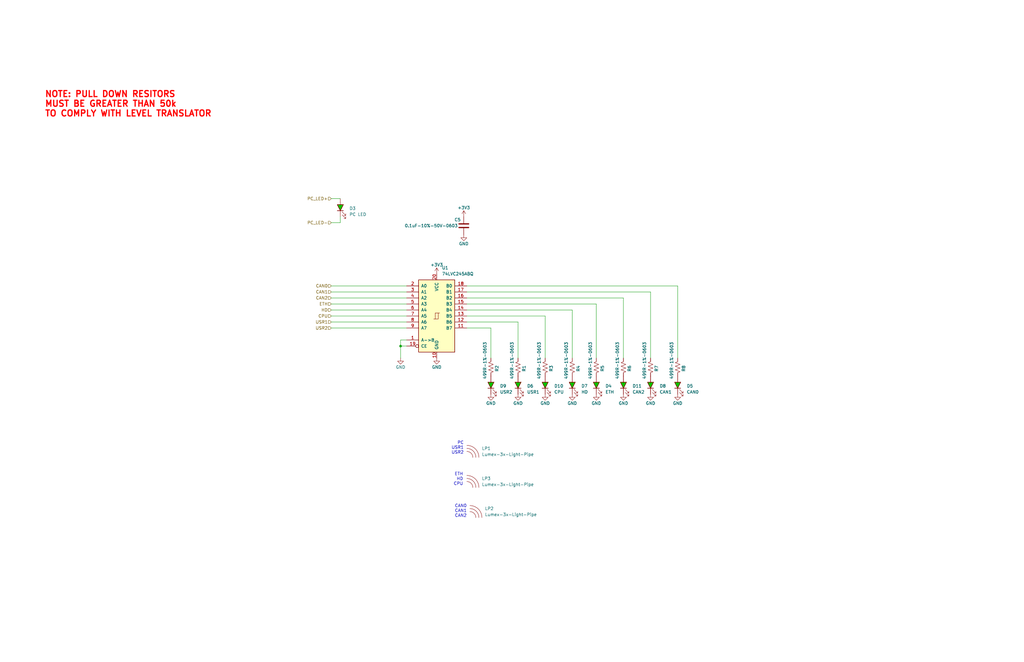
<source format=kicad_sch>
(kicad_sch (version 20231120) (generator "eeschema") (generator_version "8.0")
  (paper "B")
  (title_block (title "NX Indicator Board V2") (date "2024-07-14") (rev "2") (company "971 Spartan Robotics"))
  (lib_symbols
    (symbol "Device:C" (pin_numbers hide) (pin_names (offset 0.254))
      (property "Reference" "C" (at 0.635 2.54 0))
      (property "Value" "C" (at 0.635 -2.54 0))
      (symbol "C_0_1"
        (polyline (pts (xy -2.032 -0.762) (xy 2.032 -0.762)) (stroke (width 0.508)))
        (polyline (pts (xy -2.032 0.762) (xy 2.032 0.762)) (stroke (width 0.508)))
      )
      (symbol "C_1_1"
        (pin passive line (at 0 3.81 270) (length 2.794) (name "~") (number "1"))
        (pin passive line (at 0 -3.81 90) (length 2.794) (name "~") (number "2"))
      )
    )
    (symbol "Device:LED" (pin_numbers hide) (pin_names (offset 1.016) hide)
      (property "Reference" "D?" (at -0.3174 -3.81 90))
      (property "Value" "LED" (at -2.8574 -3.81 90))
      (symbol "LED_0_1"
        (polyline (pts (xy -1.27 -1.27) (xy -1.27 1.27)) (stroke (width 0.254)))
        (polyline (pts (xy -3.048 -0.762) (xy -4.572 -2.286) (xy -3.81 -2.286) (xy -4.572 -2.286) (xy -4.572 -1.524)))
        (polyline (pts (xy -1.778 -0.762) (xy -3.302 -2.286) (xy -2.54 -2.286) (xy -3.302 -2.286) (xy -3.302 -1.524)))
      )
      (symbol "LED_1_1"
        (polyline (pts (xy 1.27 -1.27) (xy 1.27 1.27) (xy -1.27 0) (xy 1.27 -1.27)) (stroke (width 0.254)) (fill (type color) (color 0 194 0 1)))
        (pin passive line (at -3.81 0 0) (length 2.54) (name "K") (number "1"))
        (pin passive line (at 3.81 0 180) (length 2.54) (name "A") (number "2"))
      )
    )
    (symbol "Device:R_US" (pin_numbers hide) (pin_names (offset 0))
      (property "Reference" "R" (at 2.54 0 90))
      (property "Value" "R_US" (at -2.54 0 90))
      (symbol "R_US_0_1"
        (polyline (pts (xy 0 -2.286) (xy 0 -2.54)))
        (polyline (pts (xy 0 2.286) (xy 0 2.54)))
        (polyline (pts (xy 0 -0.762) (xy 1.016 -1.143) (xy 0 -1.524) (xy -1.016 -1.905) (xy 0 -2.286)))
        (polyline (pts (xy 0 0.762) (xy 1.016 0.381) (xy 0 0) (xy -1.016 -0.381) (xy 0 -0.762)))
        (polyline (pts (xy 0 2.286) (xy 1.016 1.905) (xy 0 1.524) (xy -1.016 1.143) (xy 0 0.762)))
      )
      (symbol "R_US_1_1"
        (pin passive line (at 0 3.81 270) (length 1.27) (name "~") (number "1"))
        (pin passive line (at 0 -3.81 90) (length 1.27) (name "~") (number "2"))
      )
    )
    (symbol "NX-IndicatorBoard:74LVC245ABQ" (pin_names (offset 1.016))
      (property "Reference" "U?" (at 2.1941 20.32 0))
      (property "Value" "74LVC245ABQ" (at 2.1941 17.78 0))
      (symbol "74LVC245ABQ_1_0"
        (polyline (pts (xy -0.635 -1.27) (xy -0.635 1.27) (xy 0.635 1.27)))
        (polyline (pts (xy -1.27 -1.27) (xy 0.635 -1.27) (xy 0.635 1.27) (xy 1.27 1.27)))
        (pin input line (at -12.7 -10.16 0) (length 5.08) (name "A->B") (number "1"))
        (pin power_in line (at 0 -17.78 90) (length 2.54) (name "GND") (number "10"))
        (pin tri_state line (at 12.7 -5.08 180) (length 5.08) (name "B7") (number "11"))
        (pin tri_state line (at 12.7 -2.54 180) (length 5.08) (name "B6") (number "12"))
        (pin tri_state line (at 12.7 0 180) (length 5.08) (name "B5") (number "13"))
        (pin tri_state line (at 12.7 2.54 180) (length 5.08) (name "B4") (number "14"))
        (pin tri_state line (at 12.7 5.08 180) (length 5.08) (name "B3") (number "15"))
        (pin tri_state line (at 12.7 7.62 180) (length 5.08) (name "B2") (number "16"))
        (pin tri_state line (at 12.7 10.16 180) (length 5.08) (name "B1") (number "17"))
        (pin tri_state line (at 12.7 12.7 180) (length 5.08) (name "B0") (number "18"))
        (pin input inverted (at -12.7 -12.7 0) (length 5.08) (name "CE") (number "19"))
        (pin tri_state line (at -12.7 12.7 0) (length 5.08) (name "A0") (number "2"))
        (pin power_in line (at 0 17.78 270) (length 2.54) (name "VCC") (number "20"))
        (pin tri_state line (at -12.7 10.16 0) (length 5.08) (name "A1") (number "3"))
        (pin tri_state line (at -12.7 7.62 0) (length 5.08) (name "A2") (number "4"))
        (pin tri_state line (at -12.7 5.08 0) (length 5.08) (name "A3") (number "5"))
        (pin tri_state line (at -12.7 2.54 0) (length 5.08) (name "A4") (number "6"))
        (pin tri_state line (at -12.7 0 0) (length 5.08) (name "A5") (number "7"))
        (pin tri_state line (at -12.7 -2.54 0) (length 5.08) (name "A6") (number "8"))
        (pin tri_state line (at -12.7 -5.08 0) (length 5.08) (name "A7") (number "9"))
      )
      (symbol "74LVC245ABQ_1_1"
        (rectangle (start -7.62 15.24) (end 7.62 -15.24) (stroke (width 0.254)) (fill (type background)))
      )
    )
    (symbol "NX-IndicatorBoard:Lumex-3x-Light-Pipe" (pin_numbers hide) (pin_names (offset 0) hide)
      (property "Reference" "LP" (at 0 0 0))
      (property "Value" "Lumex-3x-Light-Pipe" (at 0 0 0))
      (symbol "Lumex-3x-Light-Pipe_0_1"
        (arc (start 2.54 0) (mid 1.7961 1.7961) (end 0 2.54))
        (arc (start 3.8168 0.0068) (mid 2.6989 2.6989) (end 0.0068 3.8168))
        (arc (start 5.0981 0.0181) (mid 3.6049 3.6049) (end 0.0181 5.0981))
      )
    )
    (symbol "power:+3V3" (power) (pin_names (offset 0))
      (property "Value" "+3V3" (at 0 3.556 0))
      (symbol "+3V3_0_1"
        (polyline (pts (xy -0.762 1.27) (xy 0 2.54)))
        (polyline (pts (xy 0 0) (xy 0 2.54)))
        (polyline (pts (xy 0 2.54) (xy 0.762 1.27)))
      )
      (symbol "+3V3_1_1"
        (pin power_in line (at 0 0 90) (length 0) hide (name "+3V3") (number "1"))
      )
    )
    (symbol "power:GND" (power) (pin_names (offset 0))
      (property "Value" "GND" (at 0 -3.81 0))
      (symbol "GND_0_1"
        (polyline (pts (xy 0 0) (xy 0 -1.27) (xy 1.27 -1.27) (xy 0 -2.54) (xy -1.27 -1.27) (xy 0 -1.27)))
      )
      (symbol "GND_1_1"
        (pin power_in line (at 0 0 270) (length 0) hide (name "GND") (number "1"))
      )
    )
  )
  (junction (at 168.91 146.05))
  (wire (pts (xy 207.01 151.13) (xy 207.01 138.43)))
  (wire (pts (xy 139.7 83.82) (xy 143.51 83.82)))
  (wire (pts (xy 171.45 143.51) (xy 168.91 143.51)))
  (wire (pts (xy 196.85 123.19) (xy 274.32 123.19)))
  (wire (pts (xy 139.7 135.89) (xy 171.45 135.89)))
  (wire (pts (xy 262.89 125.73) (xy 262.89 151.13)))
  (wire (pts (xy 139.7 123.19) (xy 171.45 123.19)))
  (wire (pts (xy 218.44 151.13) (xy 218.44 135.89)))
  (wire (pts (xy 229.87 133.35) (xy 196.85 133.35)))
  (wire (pts (xy 241.3 130.81) (xy 196.85 130.81)))
  (wire (pts (xy 285.75 120.65) (xy 285.75 151.13)))
  (wire (pts (xy 251.46 128.27) (xy 251.46 151.13)))
  (wire (pts (xy 196.85 120.65) (xy 285.75 120.65)))
  (wire (pts (xy 139.7 133.35) (xy 171.45 133.35)))
  (wire (pts (xy 207.01 138.43) (xy 196.85 138.43)))
  (wire (pts (xy 241.3 130.81) (xy 241.3 151.13)))
  (wire (pts (xy 139.7 93.98) (xy 143.51 93.98)))
  (wire (pts (xy 229.87 133.35) (xy 229.87 151.13)))
  (wire (pts (xy 168.91 146.05) (xy 168.91 151.13)))
  (wire (pts (xy 139.7 130.81) (xy 171.45 130.81)))
  (wire (pts (xy 139.7 138.43) (xy 171.45 138.43)))
  (wire (pts (xy 218.44 135.89) (xy 196.85 135.89)))
  (wire (pts (xy 196.85 125.73) (xy 262.89 125.73)))
  (wire (pts (xy 139.7 125.73) (xy 171.45 125.73)))
  (wire (pts (xy 143.51 91.44) (xy 143.51 93.98)))
  (wire (pts (xy 171.45 146.05) (xy 168.91 146.05)))
  (wire (pts (xy 168.91 143.51) (xy 168.91 146.05)))
  (wire (pts (xy 139.7 120.65) (xy 171.45 120.65)))
  (wire (pts (xy 139.7 128.27) (xy 171.45 128.27)))
  (wire (pts (xy 196.85 128.27) (xy 251.46 128.27)))
  (wire (pts (xy 274.32 123.19) (xy 274.32 151.13)))
  (text "CAN0\nCAN1\nCAN2" (at 196.85 218.44 0) (effects (font (size 1.27 1.27)) (justify right bottom)))
  (text "PC\nUSR1\nUSR2" (at 195.58 191.77 0) (effects (font (size 1.27 1.27)) (justify right bottom)))
  (text "ETH\nHD\nCPU" (at 195.326 204.978 0) (effects (font (size 1.27 1.27)) (justify right bottom)))
  (text "NOTE: PULL DOWN RESITORS\nMUST BE GREATER THAN 50k\nTO COMPLY WITH LEVEL TRANSLATOR" (at 18.796 43.942 0) (effects (font (size 2.54 2.54) (thickness 0.508) (bold yes)) (justify left)))
  (hierarchical_label "CAN1" (shape input) (at 139.7 123.19 180))
  (hierarchical_label "USR1" (shape input) (at 139.7 135.89 180))
  (hierarchical_label "CPU" (shape input) (at 139.7 133.35 180))
  (hierarchical_label "PC_LED-" (shape input) (at 139.7 93.98 180))
  (hierarchical_label "USR2" (shape input) (at 139.7 138.43 180))
  (hierarchical_label "HD" (shape input) (at 139.7 130.81 180))
  (hierarchical_label "CAN2" (shape input) (at 139.7 125.73 180))
  (hierarchical_label "PC_LED+" (shape input) (at 139.7 83.82 180))
  (hierarchical_label "ETH" (shape input) (at 139.7 128.27 180))
  (hierarchical_label "CAN0" (shape input) (at 139.7 120.65 180))
  (symbol (lib_id "power:GND") (at 262.89 166.37 0) (unit 1)
    (property "Reference" "#PWR018" (effects (hide yes)))
    (property "Value" "GND" (at 262.89 170.18 0))
  )
  (symbol (lib_id "power:GND") (at 195.58 99.06 0) (unit 1)
    (property "Reference" "#PWR010" (effects (hide yes)))
    (property "Value" "GND" (at 195.58 102.87 0))
  )
  (symbol (lib_id "Device:LED") (at 207.01 162.56 90) (unit 1)
    (property "Reference" "D9" (at 210.82 162.8774 90) (effects (justify right)))
    (property "Value" "USR2" (at 210.82 165.4174 90) (effects (justify right)))
    (property "Footprint" "LED_SMD:LED_1206_3216Metric" (effects (hide yes)))
    (property "Datasheet" "Components/Evewrlight-QTLP650(C,D)-2,3,4,7,B.pdf" (effects (hide yes)))
    (property "Description" "Light emitting diode" (effects (hide yes)))
    (property "DIST" "Digikey" (effects (hide yes)))
    (property "DIST P/N" "1080-1419-1-ND" (effects (hide yes)))
    (property "MFG" "Everlight Electronics" (effects (hide yes)))
    (property "MFG P/N" "QTLP650D4TR" (effects (hide yes)))
  )
  (symbol (lib_id "NX-IndicatorBoard:74LVC245ABQ") (at 184.15 133.35 0) (unit 1)
    (property "Reference" "U1" (at 186.3441 113.03 0) (effects (justify left)))
    (property "Value" "74LVC245ABQ" (at 186.3441 115.57 0) (effects (justify left)))
    (property "Footprint" "Package_SO:SO-20_12.8x7.5mm_P1.27mm" (effects (hide yes)))
    (property "Datasheet" "Components/Nexperia-74LVC_LVCH245A.pdf" (effects (hide yes)))
    (property "Description" "Octal BUS Transceivers, 3-State outputs" (effects (hide yes)))
    (property "MFG" "Nexperia" (effects (hide yes)))
    (property "MFG P/N" "74LVC245ABQ,115" (effects (hide yes)))
    (property "DIST" "Digikey" (effects (hide yes)))
    (property "DIST P/N" "1727-3495-1-ND" (effects (hide yes)))
  )
  (symbol (lib_id "Device:LED") (at 229.87 162.56 90) (unit 1)
    (property "Reference" "D10" (at 233.68 162.8774 90) (effects (justify right)))
    (property "Value" "CPU" (at 233.68 165.4174 90) (effects (justify right)))
    (property "Footprint" "LED_SMD:LED_1206_3216Metric" (effects (hide yes)))
    (property "Datasheet" "Components/Evewrlight-QTLP650(C,D)-2,3,4,7,B.pdf" (effects (hide yes)))
    (property "Description" "Light emitting diode" (effects (hide yes)))
    (property "DIST" "Digikey" (effects (hide yes)))
    (property "DIST P/N" "1080-1419-1-ND" (effects (hide yes)))
    (property "MFG" "Everlight Electronics" (effects (hide yes)))
    (property "MFG P/N" "QTLP650D4TR" (effects (hide yes)))
  )
  (symbol (lib_id "power:GND") (at 168.91 151.13 0) (unit 1)
    (property "Reference" "#PWR012" (effects (hide yes)))
    (property "Value" "GND" (at 168.91 154.94 0))
  )
  (symbol (lib_id "Device:LED") (at 241.3 162.56 90) (unit 1)
    (property "Reference" "D7" (at 245.11 162.8774 90) (effects (justify right)))
    (property "Value" "HD" (at 245.11 165.4174 90) (effects (justify right)))
    (property "Footprint" "LED_SMD:LED_1206_3216Metric" (effects (hide yes)))
    (property "Datasheet" "Components/Evewrlight-QTLP650(C,D)-2,3,4,7,B.pdf" (effects (hide yes)))
    (property "Description" "Light emitting diode" (effects (hide yes)))
    (property "DIST" "Digikey" (effects (hide yes)))
    (property "DIST P/N" "1080-1419-1-ND" (effects (hide yes)))
    (property "MFG" "Everlight Electronics" (effects (hide yes)))
    (property "MFG P/N" "QTLP650D4TR" (effects (hide yes)))
  )
  (symbol (lib_id "Device:LED") (at 251.46 162.56 90) (unit 1)
    (property "Reference" "D4" (at 255.27 162.8774 90) (effects (justify right)))
    (property "Value" "ETH" (at 255.27 165.4174 90) (effects (justify right)))
    (property "Footprint" "LED_SMD:LED_1206_3216Metric" (effects (hide yes)))
    (property "Datasheet" "Components/Evewrlight-QTLP650(C,D)-2,3,4,7,B.pdf" (effects (hide yes)))
    (property "Description" "Light emitting diode" (effects (hide yes)))
    (property "DIST" "Digikey" (effects (hide yes)))
    (property "DIST P/N" "1080-1419-1-ND" (effects (hide yes)))
    (property "MFG" "Everlight Electronics" (effects (hide yes)))
    (property "MFG P/N" "QTLP650D4TR" (effects (hide yes)))
  )
  (symbol (lib_id "Device:LED") (at 274.32 162.56 90) (unit 1)
    (property "Reference" "D8" (at 278.13 162.8774 90) (effects (justify right)))
    (property "Value" "CAN1" (at 278.13 165.4174 90) (effects (justify right)))
    (property "Footprint" "LED_SMD:LED_1206_3216Metric" (effects (hide yes)))
    (property "Datasheet" "Components/Evewrlight-QTLP650(C,D)-2,3,4,7,B.pdf" (effects (hide yes)))
    (property "Description" "Light emitting diode" (effects (hide yes)))
    (property "DIST" "Digikey" (effects (hide yes)))
    (property "DIST P/N" "1080-1419-1-ND" (effects (hide yes)))
    (property "MFG" "Everlight Electronics" (effects (hide yes)))
    (property "MFG P/N" "QTLP650D4TR" (effects (hide yes)))
  )
  (symbol (lib_id "power:+3V3") (at 195.58 91.44 0) (unit 1)
    (property "Reference" "#PWR09" (effects (hide yes)))
    (property "Value" "+3V3" (at 195.58 87.63 0))
  )
  (symbol (lib_id "Device:R_US") (at 229.87 154.94 0) (mirror x) (unit 1)
    (property "Reference" "R3" (at 232.41 156.845 90) (effects (justify right)))
    (property "Value" "499R-1%-0603" (at 227.33 160.02 90) (effects (justify right)))
    (property "Footprint" "Resistor_SMD:R_0603_1608Metric" (effects (hide yes)))
    (property "Datasheet" "Components/Yageo-PYu-RC_Group_51_RoHS_L_12.pdf" (effects (hide yes)))
    (property "DIST" "Digikey" (effects (hide yes)))
    (property "DIST P/N" "311-499HRCT-ND" (effects (hide yes)))
    (property "MFG" "YAGEO" (effects (hide yes)))
    (property "MFG P/N" "RC0603FR-07499RL" (effects (hide yes)))
  )
  (symbol (lib_id "Device:LED") (at 143.51 87.63 90) (unit 1)
    (property "Reference" "D3" (at 147.32 87.9474 90) (effects (justify right)))
    (property "Value" "PC LED" (at 147.32 90.4874 90) (effects (justify right)))
    (property "Footprint" "LED_SMD:LED_1206_3216Metric" (effects (hide yes)))
    (property "Datasheet" "Components/Evewrlight-QTLP650(C,D)-2,3,4,7,B.pdf" (effects (hide yes)))
    (property "Description" "Light emitting diode" (effects (hide yes)))
    (property "DIST" "Digikey" (effects (hide yes)))
    (property "DIST P/N" "1080-1419-1-ND" (effects (hide yes)))
    (property "MFG" "Everlight Electronics" (effects (hide yes)))
    (property "MFG P/N" "QTLP650D4TR" (effects (hide yes)))
  )
  (symbol (lib_id "power:GND") (at 251.46 166.37 0) (unit 1)
    (property "Reference" "#PWR017" (effects (hide yes)))
    (property "Value" "GND" (at 251.46 170.18 0))
  )
  (symbol (lib_id "power:GND") (at 184.15 151.13 0) (unit 1)
    (property "Reference" "#PWR013" (effects (hide yes)))
    (property "Value" "GND" (at 184.15 154.94 0))
  )
  (symbol (lib_id "NX-IndicatorBoard:Lumex-3x-Light-Pipe") (at 196.85 205.74 0) (unit 1)
    (property "Reference" "LP3" (at 203.2 201.9209 0) (effects (justify left)))
    (property "Value" "Lumex-3x-Light-Pipe" (at 203.2 204.4609 0) (effects (justify left)))
    (property "Footprint" "NX-IndicatorBoard:LUMEX-LPF-C013301S" (effects (hide yes)))
    (property "Datasheet" "Components/Lumex-3x-LightPipe-LPF-C013301S.pdf" (effects (hide yes)))
    (property "MFG" "Lumex" (effects (hide yes)))
    (property "MFG P/N" "LPF-C013301S" (effects (hide yes)))
    (property "DIST" "Digikey" (effects (hide yes)))
    (property "DIST P/N" "67-1851-ND" (effects (hide yes)))
  )
  (symbol (lib_id "NX-IndicatorBoard:Lumex-3x-Light-Pipe") (at 198.12 218.44 0) (unit 1)
    (property "Reference" "LP2" (at 204.47 214.6209 0) (effects (justify left)))
    (property "Value" "Lumex-3x-Light-Pipe" (at 204.47 217.1609 0) (effects (justify left)))
    (property "Footprint" "NX-IndicatorBoard:LUMEX-LPF-C013301S" (effects (hide yes)))
    (property "Datasheet" "Components/Lumex-3x-LightPipe-LPF-C013301S.pdf" (effects (hide yes)))
    (property "MFG" "Lumex" (effects (hide yes)))
    (property "MFG P/N" "LPF-C013301S" (effects (hide yes)))
    (property "DIST" "Digikey" (effects (hide yes)))
    (property "DIST P/N" "67-1851-ND" (effects (hide yes)))
  )
  (symbol (lib_id "Device:R_US") (at 218.44 154.94 0) (mirror x) (unit 1)
    (property "Reference" "R1" (at 220.98 156.845 90) (effects (justify right)))
    (property "Value" "499R-1%-0603" (at 215.9 160.02 90) (effects (justify right)))
    (property "Footprint" "Resistor_SMD:R_0603_1608Metric" (effects (hide yes)))
    (property "Datasheet" "Components/Yageo-PYu-RC_Group_51_RoHS_L_12.pdf" (effects (hide yes)))
    (property "DIST" "Digikey" (effects (hide yes)))
    (property "DIST P/N" "311-499HRCT-ND" (effects (hide yes)))
    (property "MFG" "YAGEO" (effects (hide yes)))
    (property "MFG P/N" "RC0603FR-07499RL" (effects (hide yes)))
  )
  (symbol (lib_id "Device:LED") (at 285.75 162.56 90) (unit 1)
    (property "Reference" "D5" (at 289.56 162.8774 90) (effects (justify right)))
    (property "Value" "CAN0" (at 289.56 165.4174 90) (effects (justify right)))
    (property "Footprint" "LED_SMD:LED_1206_3216Metric" (effects (hide yes)))
    (property "Datasheet" "Components/Evewrlight-QTLP650(C,D)-2,3,4,7,B.pdf" (effects (hide yes)))
    (property "Description" "Light emitting diode" (effects (hide yes)))
    (property "DIST" "Digikey" (effects (hide yes)))
    (property "DIST P/N" "1080-1419-1-ND" (effects (hide yes)))
    (property "MFG" "Everlight Electronics" (effects (hide yes)))
    (property "MFG P/N" "QTLP650D4TR" (effects (hide yes)))
  )
  (symbol (lib_id "Device:R_US") (at 262.89 154.94 0) (mirror x) (unit 1)
    (property "Reference" "R6" (at 265.43 156.845 90) (effects (justify right)))
    (property "Value" "499R-1%-0603" (at 260.35 160.02 90) (effects (justify right)))
    (property "Footprint" "Resistor_SMD:R_0603_1608Metric" (effects (hide yes)))
    (property "Datasheet" "Components/Yageo-PYu-RC_Group_51_RoHS_L_12.pdf" (effects (hide yes)))
    (property "DIST" "Digikey" (effects (hide yes)))
    (property "DIST P/N" "311-499HRCT-ND" (effects (hide yes)))
    (property "MFG" "YAGEO" (effects (hide yes)))
    (property "MFG P/N" "RC0603FR-07499RL" (effects (hide yes)))
  )
  (symbol (lib_id "NX-IndicatorBoard:Lumex-3x-Light-Pipe") (at 196.85 193.04 0) (unit 1)
    (property "Reference" "LP1" (at 203.2 189.2209 0) (effects (justify left)))
    (property "Value" "Lumex-3x-Light-Pipe" (at 203.2 191.7609 0) (effects (justify left)))
    (property "Footprint" "NX-IndicatorBoard:LUMEX-LPF-C013301S" (effects (hide yes)))
    (property "Datasheet" "Components/Lumex-3x-LightPipe-LPF-C013301S.pdf" (effects (hide yes)))
    (property "MFG" "Lumex" (effects (hide yes)))
    (property "MFG P/N" "LPF-C013301S" (effects (hide yes)))
    (property "DIST" "Digikey" (effects (hide yes)))
    (property "DIST P/N" "67-1851-ND" (effects (hide yes)))
  )
  (symbol (lib_id "power:GND") (at 218.44 166.37 0) (unit 1)
    (property "Reference" "#PWR016" (effects (hide yes)))
    (property "Value" "GND" (at 218.44 170.18 0))
  )
  (symbol (lib_id "power:GND") (at 241.3 166.37 0) (unit 1)
    (property "Reference" "#PWR03" (effects (hide yes)))
    (property "Value" "GND" (at 241.3 170.18 0))
  )
  (symbol (lib_id "Device:LED") (at 262.89 162.56 90) (unit 1)
    (property "Reference" "D11" (at 266.7 162.8774 90) (effects (justify right)))
    (property "Value" "CAN2" (at 266.7 165.4174 90) (effects (justify right)))
    (property "Footprint" "LED_SMD:LED_1206_3216Metric" (effects (hide yes)))
    (property "Datasheet" "Components/Evewrlight-QTLP650(C,D)-2,3,4,7,B.pdf" (effects (hide yes)))
    (property "Description" "Light emitting diode" (effects (hide yes)))
    (property "DIST" "Digikey" (effects (hide yes)))
    (property "DIST P/N" "1080-1419-1-ND" (effects (hide yes)))
    (property "MFG" "Everlight Electronics" (effects (hide yes)))
    (property "MFG P/N" "QTLP650D4TR" (effects (hide yes)))
  )
  (symbol (lib_id "Device:R_US") (at 207.01 154.94 0) (mirror x) (unit 1)
    (property "Reference" "R2" (at 209.55 156.845 90) (effects (justify right)))
    (property "Value" "499R-1%-0603" (at 204.47 160.02 90) (effects (justify right)))
    (property "Footprint" "Resistor_SMD:R_0603_1608Metric" (effects (hide yes)))
    (property "Datasheet" "Components/Yageo-PYu-RC_Group_51_RoHS_L_12.pdf" (effects (hide yes)))
    (property "DIST" "Digikey" (effects (hide yes)))
    (property "DIST P/N" "311-499HRCT-ND" (effects (hide yes)))
    (property "MFG" "YAGEO" (effects (hide yes)))
    (property "MFG P/N" "RC0603FR-07499RL" (effects (hide yes)))
  )
  (symbol (lib_id "Device:C") (at 195.58 95.25 0) (unit 1)
    (property "Reference" "C5" (at 194.31 92.71 0) (effects (justify right)))
    (property "Value" "0.1uF-10%-50V-0603" (at 193.04 95.25 0) (effects (justify right)))
    (property "Footprint" "Capacitor_SMD:C_0603_1608Metric" (effects (hide yes)))
    (property "Datasheet" "Components/Samsung-CL10B104KB8NNNC_Spec.pdf" (effects (hide yes)))
    (property "MFG" "Samsung Electro-Mechanics" (effects (hide yes)))
    (property "MFG P/N" "CL10B104KB8NNNC" (effects (hide yes)))
    (property "DIST" "Digikey" (effects (hide yes)))
    (property "DIST P/N" "1276-1000-1-ND" (effects (hide yes)))
  )
  (symbol (lib_id "Device:LED") (at 218.44 162.56 90) (unit 1)
    (property "Reference" "D6" (at 222.25 162.8774 90) (effects (justify right)))
    (property "Value" "USR1" (at 222.25 165.4174 90) (effects (justify right)))
    (property "Footprint" "LED_SMD:LED_1206_3216Metric" (effects (hide yes)))
    (property "Datasheet" "Components/Evewrlight-QTLP650(C,D)-2,3,4,7,B.pdf" (effects (hide yes)))
    (property "Description" "Light emitting diode" (effects (hide yes)))
    (property "DIST" "Digikey" (effects (hide yes)))
    (property "DIST P/N" "1080-1419-1-ND" (effects (hide yes)))
    (property "MFG" "Everlight Electronics" (effects (hide yes)))
    (property "MFG P/N" "QTLP650D4TR" (effects (hide yes)))
  )
  (symbol (lib_id "power:GND") (at 229.87 166.37 0) (unit 1)
    (property "Reference" "#PWR06" (effects (hide yes)))
    (property "Value" "GND" (at 229.87 170.18 0))
  )
  (symbol (lib_id "Device:R_US") (at 241.3 154.94 0) (mirror x) (unit 1)
    (property "Reference" "R4" (at 243.84 156.845 90) (effects (justify right)))
    (property "Value" "499R-1%-0603" (at 238.76 160.02 90) (effects (justify right)))
    (property "Footprint" "Resistor_SMD:R_0603_1608Metric" (effects (hide yes)))
    (property "Datasheet" "Components/Yageo-PYu-RC_Group_51_RoHS_L_12.pdf" (effects (hide yes)))
    (property "DIST" "Digikey" (effects (hide yes)))
    (property "DIST P/N" "311-499HRCT-ND" (effects (hide yes)))
    (property "MFG" "YAGEO" (effects (hide yes)))
    (property "MFG P/N" "RC0603FR-07499RL" (effects (hide yes)))
  )
  (symbol (lib_id "power:GND") (at 274.32 166.37 0) (unit 1)
    (property "Reference" "#PWR019" (effects (hide yes)))
    (property "Value" "GND" (at 274.32 170.18 0))
  )
  (symbol (lib_id "power:GND") (at 285.75 166.37 0) (unit 1)
    (property "Reference" "#PWR020" (effects (hide yes)))
    (property "Value" "GND" (at 285.75 170.18 0))
  )
  (symbol (lib_id "Device:R_US") (at 285.75 154.94 0) (mirror x) (unit 1)
    (property "Reference" "R8" (at 288.29 156.845 90) (effects (justify right)))
    (property "Value" "499R-1%-0603" (at 283.21 160.02 90) (effects (justify right)))
    (property "Footprint" "Resistor_SMD:R_0603_1608Metric" (effects (hide yes)))
    (property "Datasheet" "Components/Yageo-PYu-RC_Group_51_RoHS_L_12.pdf" (effects (hide yes)))
    (property "DIST" "Digikey" (effects (hide yes)))
    (property "DIST P/N" "311-499HRCT-ND" (effects (hide yes)))
    (property "MFG" "YAGEO" (effects (hide yes)))
    (property "MFG P/N" "RC0603FR-07499RL" (effects (hide yes)))
  )
  (symbol (lib_id "power:+3V3") (at 184.15 115.57 0) (unit 1)
    (property "Reference" "#PWR08" (effects (hide yes)))
    (property "Value" "+3V3" (at 184.15 111.76 0))
  )
  (symbol (lib_id "Device:R_US") (at 251.46 154.94 0) (mirror x) (unit 1)
    (property "Reference" "R5" (at 254 156.845 90) (effects (justify right)))
    (property "Value" "499R-1%-0603" (at 248.92 160.02 90) (effects (justify right)))
    (property "Footprint" "Resistor_SMD:R_0603_1608Metric" (effects (hide yes)))
    (property "Datasheet" "Components/Yageo-PYu-RC_Group_51_RoHS_L_12.pdf" (effects (hide yes)))
    (property "DIST" "Digikey" (effects (hide yes)))
    (property "DIST P/N" "311-499HRCT-ND" (effects (hide yes)))
    (property "MFG" "YAGEO" (effects (hide yes)))
    (property "MFG P/N" "RC0603FR-07499RL" (effects (hide yes)))
  )
  (symbol (lib_id "Device:R_US") (at 274.32 154.94 0) (mirror x) (unit 1)
    (property "Reference" "R7" (at 276.86 156.845 90) (effects (justify right)))
    (property "Value" "499R-1%-0603" (at 271.78 160.02 90) (effects (justify right)))
    (property "Footprint" "Resistor_SMD:R_0603_1608Metric" (effects (hide yes)))
    (property "Datasheet" "Components/Yageo-PYu-RC_Group_51_RoHS_L_12.pdf" (effects (hide yes)))
    (property "DIST" "Digikey" (effects (hide yes)))
    (property "DIST P/N" "311-499HRCT-ND" (effects (hide yes)))
    (property "MFG" "YAGEO" (effects (hide yes)))
    (property "MFG P/N" "RC0603FR-07499RL" (effects (hide yes)))
  )
  (symbol (lib_id "power:GND") (at 207.01 166.37 0) (unit 1)
    (property "Reference" "#PWR07" (effects (hide yes)))
    (property "Value" "GND" (at 207.01 170.18 0))
  )
)
</source>
